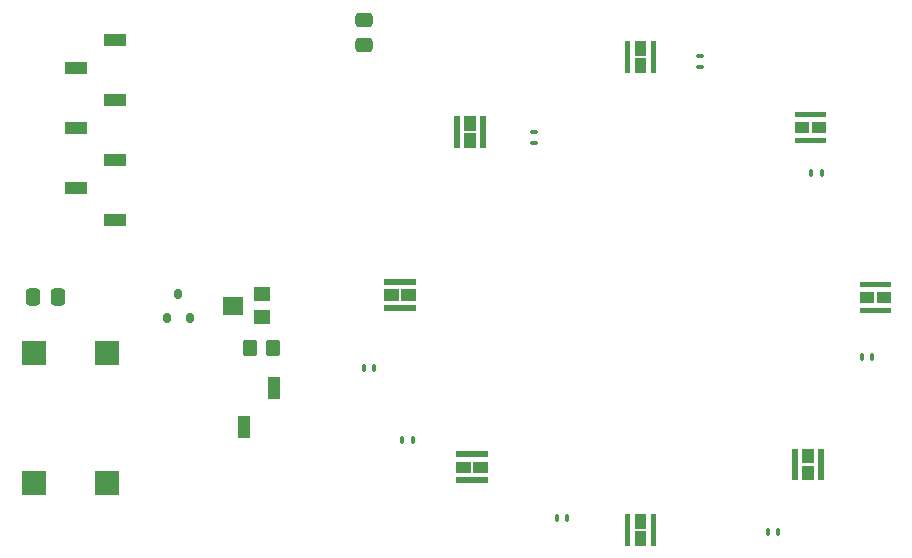
<source format=gtp>
%TF.GenerationSoftware,KiCad,Pcbnew,7.0.9*%
%TF.CreationDate,2024-01-18T23:26:29-06:00*%
%TF.ProjectId,cv_lighting_pcb,63765f6c-6967-4687-9469-6e675f706362,rev?*%
%TF.SameCoordinates,Original*%
%TF.FileFunction,Paste,Top*%
%TF.FilePolarity,Positive*%
%FSLAX46Y46*%
G04 Gerber Fmt 4.6, Leading zero omitted, Abs format (unit mm)*
G04 Created by KiCad (PCBNEW 7.0.9) date 2024-01-18 23:26:29*
%MOMM*%
%LPD*%
G01*
G04 APERTURE LIST*
G04 Aperture macros list*
%AMRoundRect*
0 Rectangle with rounded corners*
0 $1 Rounding radius*
0 $2 $3 $4 $5 $6 $7 $8 $9 X,Y pos of 4 corners*
0 Add a 4 corners polygon primitive as box body*
4,1,4,$2,$3,$4,$5,$6,$7,$8,$9,$2,$3,0*
0 Add four circle primitives for the rounded corners*
1,1,$1+$1,$2,$3*
1,1,$1+$1,$4,$5*
1,1,$1+$1,$6,$7*
1,1,$1+$1,$8,$9*
0 Add four rect primitives between the rounded corners*
20,1,$1+$1,$2,$3,$4,$5,0*
20,1,$1+$1,$4,$5,$6,$7,0*
20,1,$1+$1,$6,$7,$8,$9,0*
20,1,$1+$1,$8,$9,$2,$3,0*%
G04 Aperture macros list end*
%ADD10C,0.010000*%
%ADD11RoundRect,0.100000X-0.100000X-0.200000X0.100000X-0.200000X0.100000X0.200000X-0.100000X0.200000X0*%
%ADD12RoundRect,0.100000X0.200000X-0.100000X0.200000X0.100000X-0.200000X0.100000X-0.200000X-0.100000X0*%
%ADD13RoundRect,0.250000X-0.337500X-0.475000X0.337500X-0.475000X0.337500X0.475000X-0.337500X0.475000X0*%
%ADD14RoundRect,0.100000X0.100000X0.200000X-0.100000X0.200000X-0.100000X-0.200000X0.100000X-0.200000X0*%
%ADD15R,1.905000X1.020000*%
%ADD16R,1.397000X1.193800*%
%ADD17R,1.701800X1.600200*%
%ADD18R,2.000000X2.000000*%
%ADD19R,1.000000X1.900000*%
%ADD20RoundRect,0.250000X-0.475000X0.337500X-0.475000X-0.337500X0.475000X-0.337500X0.475000X0.337500X0*%
%ADD21RoundRect,0.250000X0.350000X0.450000X-0.350000X0.450000X-0.350000X-0.450000X0.350000X-0.450000X0*%
%ADD22RoundRect,0.150000X-0.150000X-0.250000X0.150000X-0.250000X0.150000X0.250000X-0.150000X0.250000X0*%
G04 APERTURE END LIST*
%TO.C,D4*%
D10*
X177700000Y-81178200D02*
X175100000Y-81178200D01*
X175100000Y-80778200D01*
X177700000Y-80778200D01*
X177700000Y-81178200D01*
G36*
X177700000Y-81178200D02*
G01*
X175100000Y-81178200D01*
X175100000Y-80778200D01*
X177700000Y-80778200D01*
X177700000Y-81178200D01*
G37*
X176250000Y-82528200D02*
X175100000Y-82528200D01*
X175100000Y-81628200D01*
X176250000Y-81628200D01*
X176250000Y-82528200D01*
G36*
X176250000Y-82528200D02*
G01*
X175100000Y-82528200D01*
X175100000Y-81628200D01*
X176250000Y-81628200D01*
X176250000Y-82528200D01*
G37*
X177700000Y-83378200D02*
X175100000Y-83378200D01*
X175100000Y-82978200D01*
X177700000Y-82978200D01*
X177700000Y-83378200D01*
G36*
X177700000Y-83378200D02*
G01*
X175100000Y-83378200D01*
X175100000Y-82978200D01*
X177700000Y-82978200D01*
X177700000Y-83378200D01*
G37*
X177700000Y-82528200D02*
X176550000Y-82528200D01*
X176550000Y-81628200D01*
X177700000Y-81628200D01*
X177700000Y-82528200D01*
G36*
X177700000Y-82528200D02*
G01*
X176550000Y-82528200D01*
X176550000Y-81628200D01*
X177700000Y-81628200D01*
X177700000Y-82528200D01*
G37*
%TO.C,D2*%
X157800000Y-63000000D02*
X157400000Y-63000000D01*
X157400000Y-60400000D01*
X157800000Y-60400000D01*
X157800000Y-63000000D01*
G36*
X157800000Y-63000000D02*
G01*
X157400000Y-63000000D01*
X157400000Y-60400000D01*
X157800000Y-60400000D01*
X157800000Y-63000000D01*
G37*
X156950000Y-61550000D02*
X156050000Y-61550000D01*
X156050000Y-60400000D01*
X156950000Y-60400000D01*
X156950000Y-61550000D01*
G36*
X156950000Y-61550000D02*
G01*
X156050000Y-61550000D01*
X156050000Y-60400000D01*
X156950000Y-60400000D01*
X156950000Y-61550000D01*
G37*
X155600000Y-63000000D02*
X155200000Y-63000000D01*
X155200000Y-60400000D01*
X155600000Y-60400000D01*
X155600000Y-63000000D01*
G36*
X155600000Y-63000000D02*
G01*
X155200000Y-63000000D01*
X155200000Y-60400000D01*
X155600000Y-60400000D01*
X155600000Y-63000000D01*
G37*
X156950000Y-63000000D02*
X156050000Y-63000000D01*
X156050000Y-61850000D01*
X156950000Y-61850000D01*
X156950000Y-63000000D01*
G36*
X156950000Y-63000000D02*
G01*
X156050000Y-63000000D01*
X156050000Y-61850000D01*
X156950000Y-61850000D01*
X156950000Y-63000000D01*
G37*
%TO.C,D7*%
X143540000Y-95549000D02*
X140940000Y-95549000D01*
X140940000Y-95149000D01*
X143540000Y-95149000D01*
X143540000Y-95549000D01*
G36*
X143540000Y-95549000D02*
G01*
X140940000Y-95549000D01*
X140940000Y-95149000D01*
X143540000Y-95149000D01*
X143540000Y-95549000D01*
G37*
X142090000Y-96899000D02*
X140940000Y-96899000D01*
X140940000Y-95999000D01*
X142090000Y-95999000D01*
X142090000Y-96899000D01*
G36*
X142090000Y-96899000D02*
G01*
X140940000Y-96899000D01*
X140940000Y-95999000D01*
X142090000Y-95999000D01*
X142090000Y-96899000D01*
G37*
X143540000Y-97749000D02*
X140940000Y-97749000D01*
X140940000Y-97349000D01*
X143540000Y-97349000D01*
X143540000Y-97749000D01*
G36*
X143540000Y-97749000D02*
G01*
X140940000Y-97749000D01*
X140940000Y-97349000D01*
X143540000Y-97349000D01*
X143540000Y-97749000D01*
G37*
X143540000Y-96899000D02*
X142390000Y-96899000D01*
X142390000Y-95999000D01*
X143540000Y-95999000D01*
X143540000Y-96899000D01*
G36*
X143540000Y-96899000D02*
G01*
X142390000Y-96899000D01*
X142390000Y-95999000D01*
X143540000Y-95999000D01*
X143540000Y-96899000D01*
G37*
%TO.C,D3*%
X172200000Y-66778200D02*
X169600000Y-66778200D01*
X169600000Y-66378200D01*
X172200000Y-66378200D01*
X172200000Y-66778200D01*
G36*
X172200000Y-66778200D02*
G01*
X169600000Y-66778200D01*
X169600000Y-66378200D01*
X172200000Y-66378200D01*
X172200000Y-66778200D01*
G37*
X170750000Y-68128200D02*
X169600000Y-68128200D01*
X169600000Y-67228200D01*
X170750000Y-67228200D01*
X170750000Y-68128200D01*
G36*
X170750000Y-68128200D02*
G01*
X169600000Y-68128200D01*
X169600000Y-67228200D01*
X170750000Y-67228200D01*
X170750000Y-68128200D01*
G37*
X172200000Y-68978200D02*
X169600000Y-68978200D01*
X169600000Y-68578200D01*
X172200000Y-68578200D01*
X172200000Y-68978200D01*
G36*
X172200000Y-68978200D02*
G01*
X169600000Y-68978200D01*
X169600000Y-68578200D01*
X172200000Y-68578200D01*
X172200000Y-68978200D01*
G37*
X172200000Y-68128200D02*
X171050000Y-68128200D01*
X171050000Y-67228200D01*
X172200000Y-67228200D01*
X172200000Y-68128200D01*
G36*
X172200000Y-68128200D02*
G01*
X171050000Y-68128200D01*
X171050000Y-67228200D01*
X172200000Y-67228200D01*
X172200000Y-68128200D01*
G37*
%TO.C,D1*%
X143360200Y-69342800D02*
X142960200Y-69342800D01*
X142960200Y-66742800D01*
X143360200Y-66742800D01*
X143360200Y-69342800D01*
G36*
X143360200Y-69342800D02*
G01*
X142960200Y-69342800D01*
X142960200Y-66742800D01*
X143360200Y-66742800D01*
X143360200Y-69342800D01*
G37*
X142510200Y-67892800D02*
X141610200Y-67892800D01*
X141610200Y-66742800D01*
X142510200Y-66742800D01*
X142510200Y-67892800D01*
G36*
X142510200Y-67892800D02*
G01*
X141610200Y-67892800D01*
X141610200Y-66742800D01*
X142510200Y-66742800D01*
X142510200Y-67892800D01*
G37*
X141160200Y-69342800D02*
X140760200Y-69342800D01*
X140760200Y-66742800D01*
X141160200Y-66742800D01*
X141160200Y-69342800D01*
G36*
X141160200Y-69342800D02*
G01*
X140760200Y-69342800D01*
X140760200Y-66742800D01*
X141160200Y-66742800D01*
X141160200Y-69342800D01*
G37*
X142510200Y-69342800D02*
X141610200Y-69342800D01*
X141610200Y-68192800D01*
X142510200Y-68192800D01*
X142510200Y-69342800D01*
G36*
X142510200Y-69342800D02*
G01*
X141610200Y-69342800D01*
X141610200Y-68192800D01*
X142510200Y-68192800D01*
X142510200Y-69342800D01*
G37*
%TO.C,D6*%
X155606400Y-103037500D02*
X155206400Y-103037500D01*
X155206400Y-100437500D01*
X155606400Y-100437500D01*
X155606400Y-103037500D01*
G36*
X155606400Y-103037500D02*
G01*
X155206400Y-103037500D01*
X155206400Y-100437500D01*
X155606400Y-100437500D01*
X155606400Y-103037500D01*
G37*
X156956400Y-103037500D02*
X156056400Y-103037500D01*
X156056400Y-101887500D01*
X156956400Y-101887500D01*
X156956400Y-103037500D01*
G36*
X156956400Y-103037500D02*
G01*
X156056400Y-103037500D01*
X156056400Y-101887500D01*
X156956400Y-101887500D01*
X156956400Y-103037500D01*
G37*
X157806400Y-103037500D02*
X157406400Y-103037500D01*
X157406400Y-100437500D01*
X157806400Y-100437500D01*
X157806400Y-103037500D01*
G36*
X157806400Y-103037500D02*
G01*
X157406400Y-103037500D01*
X157406400Y-100437500D01*
X157806400Y-100437500D01*
X157806400Y-103037500D01*
G37*
X156956400Y-101587500D02*
X156056400Y-101587500D01*
X156056400Y-100437500D01*
X156956400Y-100437500D01*
X156956400Y-101587500D01*
G36*
X156956400Y-101587500D02*
G01*
X156056400Y-101587500D01*
X156056400Y-100437500D01*
X156956400Y-100437500D01*
X156956400Y-101587500D01*
G37*
%TO.C,D5*%
X169778200Y-97500000D02*
X169378200Y-97500000D01*
X169378200Y-94900000D01*
X169778200Y-94900000D01*
X169778200Y-97500000D01*
G36*
X169778200Y-97500000D02*
G01*
X169378200Y-97500000D01*
X169378200Y-94900000D01*
X169778200Y-94900000D01*
X169778200Y-97500000D01*
G37*
X171128200Y-97500000D02*
X170228200Y-97500000D01*
X170228200Y-96350000D01*
X171128200Y-96350000D01*
X171128200Y-97500000D01*
G36*
X171128200Y-97500000D02*
G01*
X170228200Y-97500000D01*
X170228200Y-96350000D01*
X171128200Y-96350000D01*
X171128200Y-97500000D01*
G37*
X171978200Y-97500000D02*
X171578200Y-97500000D01*
X171578200Y-94900000D01*
X171978200Y-94900000D01*
X171978200Y-97500000D01*
G36*
X171978200Y-97500000D02*
G01*
X171578200Y-97500000D01*
X171578200Y-94900000D01*
X171978200Y-94900000D01*
X171978200Y-97500000D01*
G37*
X171128200Y-96050000D02*
X170228200Y-96050000D01*
X170228200Y-94900000D01*
X171128200Y-94900000D01*
X171128200Y-96050000D01*
G36*
X171128200Y-96050000D02*
G01*
X170228200Y-96050000D01*
X170228200Y-94900000D01*
X171128200Y-94900000D01*
X171128200Y-96050000D01*
G37*
%TO.C,D8*%
X137444000Y-80978200D02*
X134844000Y-80978200D01*
X134844000Y-80578200D01*
X137444000Y-80578200D01*
X137444000Y-80978200D01*
G36*
X137444000Y-80978200D02*
G01*
X134844000Y-80978200D01*
X134844000Y-80578200D01*
X137444000Y-80578200D01*
X137444000Y-80978200D01*
G37*
X135994000Y-82328200D02*
X134844000Y-82328200D01*
X134844000Y-81428200D01*
X135994000Y-81428200D01*
X135994000Y-82328200D01*
G36*
X135994000Y-82328200D02*
G01*
X134844000Y-82328200D01*
X134844000Y-81428200D01*
X135994000Y-81428200D01*
X135994000Y-82328200D01*
G37*
X137444000Y-83178200D02*
X134844000Y-83178200D01*
X134844000Y-82778200D01*
X137444000Y-82778200D01*
X137444000Y-83178200D01*
G36*
X137444000Y-83178200D02*
G01*
X134844000Y-83178200D01*
X134844000Y-82778200D01*
X137444000Y-82778200D01*
X137444000Y-83178200D01*
G37*
X137444000Y-82328200D02*
X136294000Y-82328200D01*
X136294000Y-81428200D01*
X137444000Y-81428200D01*
X137444000Y-82328200D01*
G36*
X137444000Y-82328200D02*
G01*
X136294000Y-82328200D01*
X136294000Y-81428200D01*
X137444000Y-81428200D01*
X137444000Y-82328200D01*
G37*
%TD*%
D11*
%TO.C,D13*%
X149450000Y-100800000D03*
X150364400Y-100800000D03*
%TD*%
D12*
%TO.C,D17*%
X147500000Y-69000000D03*
X147500000Y-68085600D03*
%TD*%
D13*
%TO.C,C1*%
X105134500Y-82042000D03*
X107209500Y-82042000D03*
%TD*%
D14*
%TO.C,D12*%
X168214400Y-102000000D03*
X167300000Y-102000000D03*
%TD*%
D11*
%TO.C,D14*%
X136385600Y-94200000D03*
X137300000Y-94200000D03*
%TD*%
D15*
%TO.C,U1*%
X112092500Y-60274500D03*
X108760500Y-62687500D03*
X112092500Y-65354500D03*
X108760500Y-67767500D03*
X112092500Y-70434500D03*
X108760500Y-72847500D03*
X112092500Y-75514500D03*
%TD*%
D16*
%TO.C,RV1*%
X124519700Y-83789651D03*
D17*
X122012700Y-82789650D03*
D16*
X124519700Y-81789649D03*
%TD*%
D14*
%TO.C,D15*%
X134014400Y-88100000D03*
X133100000Y-88100000D03*
%TD*%
D18*
%TO.C,U4*%
X105156000Y-86790000D03*
X111356000Y-86790000D03*
X105156000Y-97790000D03*
X111356000Y-97790000D03*
%TD*%
D19*
%TO.C,U2*%
X125476000Y-89790000D03*
X122936000Y-93090000D03*
%TD*%
D11*
%TO.C,D10*%
X171000000Y-71600000D03*
X171914400Y-71600000D03*
%TD*%
D12*
%TO.C,D9*%
X161600000Y-62600000D03*
X161600000Y-61685600D03*
%TD*%
D20*
%TO.C,C2*%
X133096000Y-58652500D03*
X133096000Y-60727500D03*
%TD*%
D11*
%TO.C,D11*%
X175260000Y-87122000D03*
X176174400Y-87122000D03*
%TD*%
D21*
%TO.C,R1*%
X125460000Y-86360000D03*
X123460000Y-86360000D03*
%TD*%
D22*
%TO.C,Q2*%
X118364000Y-83820000D03*
X116464000Y-83820000D03*
X117414000Y-81800000D03*
%TD*%
M02*

</source>
